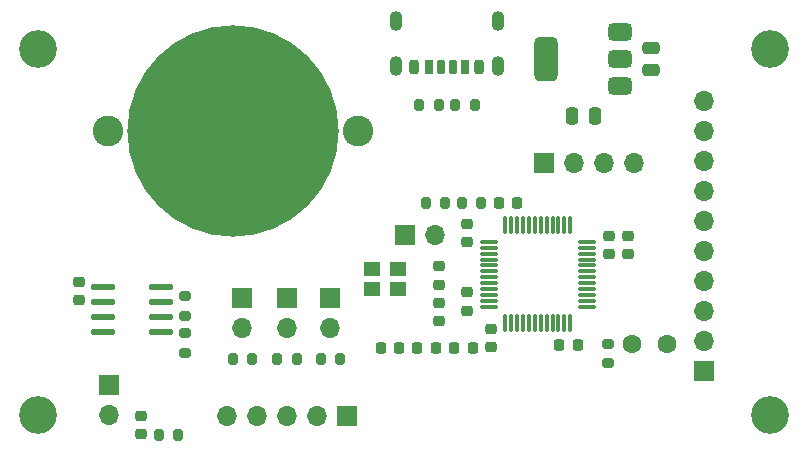
<source format=gbr>
%TF.GenerationSoftware,KiCad,Pcbnew,8.0.2*%
%TF.CreationDate,2024-05-29T18:12:24+12:00*%
%TF.ProjectId,microcontroller,6d696372-6f63-46f6-9e74-726f6c6c6572,0.1.0*%
%TF.SameCoordinates,Original*%
%TF.FileFunction,Soldermask,Top*%
%TF.FilePolarity,Negative*%
%FSLAX46Y46*%
G04 Gerber Fmt 4.6, Leading zero omitted, Abs format (unit mm)*
G04 Created by KiCad (PCBNEW 8.0.2) date 2024-05-29 18:12:24*
%MOMM*%
%LPD*%
G01*
G04 APERTURE LIST*
G04 Aperture macros list*
%AMRoundRect*
0 Rectangle with rounded corners*
0 $1 Rounding radius*
0 $2 $3 $4 $5 $6 $7 $8 $9 X,Y pos of 4 corners*
0 Add a 4 corners polygon primitive as box body*
4,1,4,$2,$3,$4,$5,$6,$7,$8,$9,$2,$3,0*
0 Add four circle primitives for the rounded corners*
1,1,$1+$1,$2,$3*
1,1,$1+$1,$4,$5*
1,1,$1+$1,$6,$7*
1,1,$1+$1,$8,$9*
0 Add four rect primitives between the rounded corners*
20,1,$1+$1,$2,$3,$4,$5,0*
20,1,$1+$1,$4,$5,$6,$7,0*
20,1,$1+$1,$6,$7,$8,$9,0*
20,1,$1+$1,$8,$9,$2,$3,0*%
G04 Aperture macros list end*
%ADD10RoundRect,0.250000X-0.475000X0.250000X-0.475000X-0.250000X0.475000X-0.250000X0.475000X0.250000X0*%
%ADD11C,3.200000*%
%ADD12RoundRect,0.079500X-0.910500X-0.185500X0.910500X-0.185500X0.910500X0.185500X-0.910500X0.185500X0*%
%ADD13RoundRect,0.175000X0.175000X0.425000X-0.175000X0.425000X-0.175000X-0.425000X0.175000X-0.425000X0*%
%ADD14RoundRect,0.190000X-0.190000X-0.410000X0.190000X-0.410000X0.190000X0.410000X-0.190000X0.410000X0*%
%ADD15RoundRect,0.200000X-0.200000X-0.400000X0.200000X-0.400000X0.200000X0.400000X-0.200000X0.400000X0*%
%ADD16RoundRect,0.175000X-0.175000X-0.425000X0.175000X-0.425000X0.175000X0.425000X-0.175000X0.425000X0*%
%ADD17RoundRect,0.190000X0.190000X0.410000X-0.190000X0.410000X-0.190000X-0.410000X0.190000X-0.410000X0*%
%ADD18RoundRect,0.200000X0.200000X0.400000X-0.200000X0.400000X-0.200000X-0.400000X0.200000X-0.400000X0*%
%ADD19O,1.100000X1.700000*%
%ADD20RoundRect,0.225000X0.250000X-0.225000X0.250000X0.225000X-0.250000X0.225000X-0.250000X-0.225000X0*%
%ADD21R,1.700000X1.700000*%
%ADD22O,1.700000X1.700000*%
%ADD23RoundRect,0.200000X0.200000X0.275000X-0.200000X0.275000X-0.200000X-0.275000X0.200000X-0.275000X0*%
%ADD24RoundRect,0.218750X0.256250X-0.218750X0.256250X0.218750X-0.256250X0.218750X-0.256250X-0.218750X0*%
%ADD25RoundRect,0.250000X-0.250000X-0.475000X0.250000X-0.475000X0.250000X0.475000X-0.250000X0.475000X0*%
%ADD26RoundRect,0.200000X-0.275000X0.200000X-0.275000X-0.200000X0.275000X-0.200000X0.275000X0.200000X0*%
%ADD27RoundRect,0.225000X-0.250000X0.225000X-0.250000X-0.225000X0.250000X-0.225000X0.250000X0.225000X0*%
%ADD28RoundRect,0.200000X-0.200000X-0.275000X0.200000X-0.275000X0.200000X0.275000X-0.200000X0.275000X0*%
%ADD29C,2.600000*%
%ADD30C,17.900000*%
%ADD31RoundRect,0.218750X0.218750X0.256250X-0.218750X0.256250X-0.218750X-0.256250X0.218750X-0.256250X0*%
%ADD32RoundRect,0.225000X-0.225000X-0.250000X0.225000X-0.250000X0.225000X0.250000X-0.225000X0.250000X0*%
%ADD33C,1.600000*%
%ADD34RoundRect,0.200000X0.275000X-0.200000X0.275000X0.200000X-0.275000X0.200000X-0.275000X-0.200000X0*%
%ADD35RoundRect,0.375000X0.625000X0.375000X-0.625000X0.375000X-0.625000X-0.375000X0.625000X-0.375000X0*%
%ADD36RoundRect,0.500000X0.500000X1.400000X-0.500000X1.400000X-0.500000X-1.400000X0.500000X-1.400000X0*%
%ADD37RoundRect,0.225000X0.225000X0.250000X-0.225000X0.250000X-0.225000X-0.250000X0.225000X-0.250000X0*%
%ADD38RoundRect,0.075000X-0.662500X-0.075000X0.662500X-0.075000X0.662500X0.075000X-0.662500X0.075000X0*%
%ADD39RoundRect,0.075000X-0.075000X-0.662500X0.075000X-0.662500X0.075000X0.662500X-0.075000X0.662500X0*%
%ADD40R,1.400000X1.200000*%
G04 APERTURE END LIST*
D10*
%TO.C,C10*%
X171869000Y-69912000D03*
X171869000Y-71812000D03*
%TD*%
D11*
%TO.C,H1*%
X120000000Y-70000000D03*
%TD*%
D12*
%TO.C,U1*%
X125465000Y-90181000D03*
X125465000Y-91451000D03*
X125465000Y-92721000D03*
X125465000Y-93991000D03*
X130395000Y-90181000D03*
X130395000Y-91451000D03*
X130395000Y-92721000D03*
X130395000Y-93991000D03*
%TD*%
D13*
%TO.C,J3*%
X155100000Y-71520000D03*
D14*
X153080000Y-71520000D03*
D15*
X151850000Y-71520000D03*
D16*
X154100000Y-71520000D03*
D17*
X156120000Y-71520000D03*
D18*
X157350000Y-71520000D03*
D19*
X158920000Y-71440000D03*
X158920000Y-67640000D03*
X150280000Y-71440000D03*
X150280000Y-67640000D03*
%TD*%
D20*
%TO.C,C13*%
X153900000Y-89975000D03*
X153900000Y-88425000D03*
%TD*%
D21*
%TO.C,SW1*%
X137300000Y-91100000D03*
D22*
X137300000Y-93640000D03*
%TD*%
D23*
%TO.C,R7*%
X157525000Y-83100000D03*
X155875000Y-83100000D03*
%TD*%
D21*
%TO.C,J4*%
X162860000Y-79700000D03*
D22*
X165400000Y-79700000D03*
X167940000Y-79700000D03*
X170480000Y-79700000D03*
%TD*%
D24*
%TO.C,D1*%
X128700000Y-102650000D03*
X128700000Y-101075000D03*
%TD*%
D25*
%TO.C,C11*%
X165204000Y-75688000D03*
X167104000Y-75688000D03*
%TD*%
D26*
%TO.C,R11*%
X132400000Y-94075000D03*
X132400000Y-95725000D03*
%TD*%
D21*
%TO.C,JP1*%
X126000000Y-98500000D03*
D22*
X126000000Y-101040000D03*
%TD*%
D11*
%TO.C,H3*%
X120000000Y-101000000D03*
%TD*%
D21*
%TO.C,J1*%
X146130000Y-101100000D03*
D22*
X143590000Y-101100000D03*
X141050000Y-101100000D03*
X138510000Y-101100000D03*
X135970000Y-101100000D03*
%TD*%
D27*
%TO.C,C6*%
X168300000Y-85825000D03*
X168300000Y-87375000D03*
%TD*%
D28*
%TO.C,R9*%
X152251000Y-74790000D03*
X153901000Y-74790000D03*
%TD*%
D29*
%TO.C,BT1*%
X125950000Y-77000000D03*
X147050000Y-77000000D03*
D30*
X136500000Y-77000000D03*
%TD*%
D27*
%TO.C,C7*%
X156300000Y-90625000D03*
X156300000Y-92175000D03*
%TD*%
%TO.C,C2*%
X169900000Y-85825000D03*
X169900000Y-87375000D03*
%TD*%
D21*
%TO.C,J2*%
X176400000Y-97300000D03*
D22*
X176400000Y-94760000D03*
X176400000Y-92220000D03*
X176400000Y-89680000D03*
X176400000Y-87140000D03*
X176400000Y-84600000D03*
X176400000Y-82060000D03*
X176400000Y-79520000D03*
X176400000Y-76980000D03*
X176400000Y-74440000D03*
%TD*%
D20*
%TO.C,C1*%
X123500000Y-91275000D03*
X123500000Y-89725000D03*
%TD*%
D31*
%TO.C,FB1*%
X153687500Y-95300000D03*
X152112500Y-95300000D03*
%TD*%
D20*
%TO.C,C5*%
X156300000Y-86375000D03*
X156300000Y-84825000D03*
%TD*%
D32*
%TO.C,C8*%
X155225000Y-95300000D03*
X156775000Y-95300000D03*
%TD*%
D33*
%TO.C,R5*%
X170280000Y-94975000D03*
X173280000Y-94975000D03*
%TD*%
D34*
%TO.C,R12*%
X132400000Y-92625000D03*
X132400000Y-90975000D03*
%TD*%
D21*
%TO.C,JP2*%
X151060000Y-85800000D03*
D22*
X153600000Y-85800000D03*
%TD*%
D28*
%TO.C,R2*%
X140225000Y-96300000D03*
X141875000Y-96300000D03*
%TD*%
D35*
%TO.C,U2*%
X169304000Y-73162000D03*
X169304000Y-70862000D03*
D36*
X163004000Y-70862000D03*
D35*
X169304000Y-68562000D03*
%TD*%
D37*
%TO.C,C3*%
X165675000Y-95100000D03*
X164125000Y-95100000D03*
%TD*%
D28*
%TO.C,R8*%
X152800000Y-83100000D03*
X154450000Y-83100000D03*
%TD*%
D32*
%TO.C,C4*%
X159025000Y-83100000D03*
X160575000Y-83100000D03*
%TD*%
D21*
%TO.C,SW2*%
X141050000Y-91100000D03*
D22*
X141050000Y-93640000D03*
%TD*%
D28*
%TO.C,R1*%
X136475000Y-96300000D03*
X138125000Y-96300000D03*
%TD*%
D11*
%TO.C,H2*%
X182000000Y-70000000D03*
%TD*%
D38*
%TO.C,U3*%
X158137500Y-86350000D03*
X158137500Y-86850000D03*
X158137500Y-87350000D03*
X158137500Y-87850000D03*
X158137500Y-88350000D03*
X158137500Y-88850000D03*
X158137500Y-89350000D03*
X158137500Y-89850000D03*
X158137500Y-90350000D03*
X158137500Y-90850000D03*
X158137500Y-91350000D03*
X158137500Y-91850000D03*
D39*
X159550000Y-93262500D03*
X160050000Y-93262500D03*
X160550000Y-93262500D03*
X161050000Y-93262500D03*
X161550000Y-93262500D03*
X162050000Y-93262500D03*
X162550000Y-93262500D03*
X163050000Y-93262500D03*
X163550000Y-93262500D03*
X164050000Y-93262500D03*
X164550000Y-93262500D03*
X165050000Y-93262500D03*
D38*
X166462500Y-91850000D03*
X166462500Y-91350000D03*
X166462500Y-90850000D03*
X166462500Y-90350000D03*
X166462500Y-89850000D03*
X166462500Y-89350000D03*
X166462500Y-88850000D03*
X166462500Y-88350000D03*
X166462500Y-87850000D03*
X166462500Y-87350000D03*
X166462500Y-86850000D03*
X166462500Y-86350000D03*
D39*
X165050000Y-84937500D03*
X164550000Y-84937500D03*
X164050000Y-84937500D03*
X163550000Y-84937500D03*
X163050000Y-84937500D03*
X162550000Y-84937500D03*
X162050000Y-84937500D03*
X161550000Y-84937500D03*
X161050000Y-84937500D03*
X160550000Y-84937500D03*
X160050000Y-84937500D03*
X159550000Y-84937500D03*
%TD*%
D11*
%TO.C,H4*%
X182000000Y-101000000D03*
%TD*%
D34*
%TO.C,R4*%
X168240000Y-96620000D03*
X168240000Y-94970000D03*
%TD*%
D28*
%TO.C,R6*%
X130200000Y-102675000D03*
X131850000Y-102675000D03*
%TD*%
D37*
%TO.C,C9*%
X150575000Y-95300000D03*
X149025000Y-95300000D03*
%TD*%
D28*
%TO.C,R3*%
X143925000Y-96300000D03*
X145575000Y-96300000D03*
%TD*%
D27*
%TO.C,C12*%
X158300000Y-93725000D03*
X158300000Y-95275000D03*
%TD*%
%TO.C,C14*%
X153900000Y-91525000D03*
X153900000Y-93075000D03*
%TD*%
D40*
%TO.C,Y1*%
X150500000Y-88650000D03*
X148300000Y-88650000D03*
X148300000Y-90350000D03*
X150500000Y-90350000D03*
%TD*%
D23*
%TO.C,R10*%
X156949000Y-74790000D03*
X155299000Y-74790000D03*
%TD*%
D21*
%TO.C,SW3*%
X144750000Y-91100000D03*
D22*
X144750000Y-93640000D03*
%TD*%
M02*

</source>
